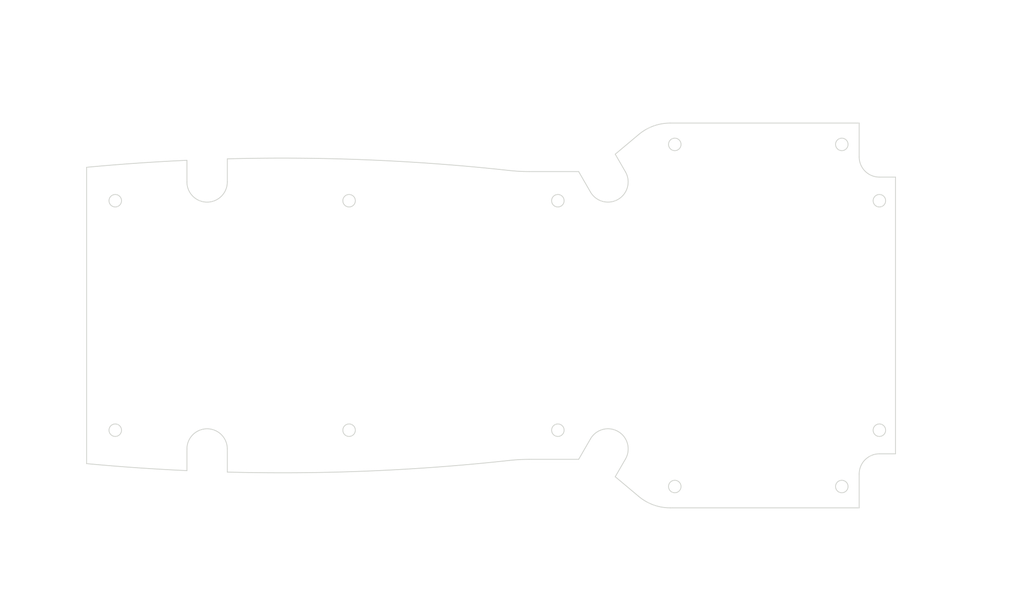
<source format=kicad_pcb>
(kicad_pcb (version 20221018) (generator pcbnew)

  (general
    (thickness 1.6)
  )

  (paper "A4")
  (layers
    (0 "F.Cu" signal)
    (31 "B.Cu" signal)
    (32 "B.Adhes" user "B.Adhesive")
    (33 "F.Adhes" user "F.Adhesive")
    (34 "B.Paste" user)
    (35 "F.Paste" user)
    (36 "B.SilkS" user "B.Silkscreen")
    (37 "F.SilkS" user "F.Silkscreen")
    (38 "B.Mask" user)
    (39 "F.Mask" user)
    (40 "Dwgs.User" user "User.Drawings")
    (41 "Cmts.User" user "User.Comments")
    (42 "Eco1.User" user "User.Eco1")
    (43 "Eco2.User" user "User.Eco2")
    (44 "Edge.Cuts" user)
    (45 "Margin" user)
    (46 "B.CrtYd" user "B.Courtyard")
    (47 "F.CrtYd" user "F.Courtyard")
    (48 "B.Fab" user)
    (49 "F.Fab" user)
  )

  (setup
    (pad_to_mask_clearance 0.051)
    (solder_mask_min_width 0.25)
    (pcbplotparams
      (layerselection 0x00010fc_ffffffff)
      (plot_on_all_layers_selection 0x0000000_00000000)
      (disableapertmacros false)
      (usegerberextensions false)
      (usegerberattributes false)
      (usegerberadvancedattributes false)
      (creategerberjobfile false)
      (dashed_line_dash_ratio 12.000000)
      (dashed_line_gap_ratio 3.000000)
      (svgprecision 4)
      (plotframeref false)
      (viasonmask false)
      (mode 1)
      (useauxorigin false)
      (hpglpennumber 1)
      (hpglpenspeed 20)
      (hpglpendiameter 15.000000)
      (dxfpolygonmode true)
      (dxfimperialunits true)
      (dxfusepcbnewfont true)
      (psnegative false)
      (psa4output false)
      (plotreference true)
      (plotvalue true)
      (plotinvisibletext false)
      (sketchpadsonfab false)
      (subtractmaskfromsilk false)
      (outputformat 1)
      (mirror false)
      (drillshape 1)
      (scaleselection 1)
      (outputdirectory "")
    )
  )

  (net 0 "")

  (gr_line (start 188.335595 136.184122) (end 188.335595 147.758922)
    (stroke (width 0.2) (type solid)) (layer "Dwgs.User") (tstamp 028310a2-2018-49e2-b0ff-b6bc1bbd8031))
  (gr_line (start 158.335595 144.57356) (end 140.692279 144.57356)
    (stroke (width 0.2) (type solid)) (layer "Dwgs.User") (tstamp 030a2c61-ffe0-4a5f-943c-c9818cf9e6a8))
  (gr_line (start 56.335595 119.083922) (end 52.335595 119.083922)
    (stroke (width 0.2) (type solid)) (layer "Dwgs.User") (tstamp 087c76d0-4b2c-44f3-93a9-ea5d58e1b637))
  (gr_line (start 186.335595 50.583922) (end 230.335595 50.583922)
    (stroke (width 0.2) (type solid)) (layer "Dwgs.User") (tstamp 088f2240-c622-4373-9857-a4e70d4e27ee))
  (gr_line (start 103.317205 37.534131) (end 94.999673 37.534131)
    (stroke (width 0.2) (type solid)) (layer "Dwgs.User") (tstamp 0925e341-ada3-4836-8ad4-8a5e829c6b0e))
  (gr_line (start 242.79179 58.420216) (end 260.83541 58.420216)
    (stroke (width 0.2) (type solid)) (layer "Dwgs.User") (tstamp 0a42b801-f082-4009-8e67-64cace21bb2c))
  (gr_line (start 241.19159 56.820016) (end 241.19159 16.071626)
    (stroke (width 0.2) (type solid)) (layer "Dwgs.User") (tstamp 0b472a34-bc07-4f34-a2f8-3e57a9985ce3))
  (gr_line (start 76.335595 56.26122) (end 76.335595 64.920216)
    (stroke (width 0.2) (type solid)) (layer "Dwgs.User") (tstamp 1229aa65-1f54-4aae-971b-8637b3ef32ba))
  (gr_line (start 52.735395 64.083922) (end 46.873223 64.083922)
    (stroke (width 0.2) (type solid)) (layer "Dwgs.User") (tstamp 125d76bc-5b61-432c-8124-c930f14aade5))
  (gr_line (start 172.335595 118.247627) (end 172.335595 123.833922)
    (stroke (width 0.2) (type solid)) (layer "Dwgs.User") (tstamp 14566fbc-b02d-4e85-af32-fde45838b8d1))
  (gr_line (start 81.671889 123.583922) (end 70.9993 123.583922)
    (stroke (width 0.2) (type solid)) (layer "Dwgs.User") (tstamp 17fe1235-45a7-496f-817c-c7ad8000fc8b))
  (gr_line (start 226.335595 144.57356) (end 213.692279 144.57356)
    (stroke (width 0.2) (type solid)) (layer "Dwgs.User") (tstamp 18b351ec-1f9f-4eaf-99d4-f3c613814ff4))
  (gr_line (start 54.335595 120.684122) (end 54.335595 149.684275)
    (stroke (width 0.2) (type solid)) (layer "Dwgs.User") (tstamp 20c1f2df-d917-4dce-9cf9-4487c9670778))
  (gr_line (start 94.999673 37.534131) (end 94.981245 51.872433)
    (stroke (width 0.2) (type solid)) (layer "Dwgs.User") (tstamp 2169ef55-ab56-42f4-9d8b-6c5e0981d535))
  (gr_line (start 237.335595 124.247627) (end 237.335595 129.833922)
    (stroke (width 0.2) (type solid)) (layer "Dwgs.User") (tstamp 21a55d02-32d0-43cc-a85f-4d7e5b33ffae))
  (gr_line (start 188.335595 48.583922) (end 188.335595 134.583922)
    (stroke (width 0.2) (type solid)) (layer "Dwgs.User") (tstamp 222286d9-6a8f-4457-9958-210b1460de05))
  (gr_line (start 49.479599 19.246626) (end 138.435049 19.246626)
    (stroke (width 0.2) (type solid)) (layer "Dwgs.User") (tstamp 225e2538-ff63-409f-bd48-7fab5293e588))
  (gr_line (start 237.335595 62.083922) (end 237.335595 66.083922)
    (stroke (width 0.2) (type solid)) (layer "Dwgs.User") (tstamp 2d94414e-27dd-4521-bcef-32de1595f9cf))
  (gr_line (start 242.352253 132.670841) (end 240.1613 132.670841)
    (stroke (width 0.2) (type solid)) (layer "Dwgs.User") (tstamp 313207c2-e2c2-4a9c-bcb4-03a733876bf6))
  (gr_line (start 158.335595 119.083922) (end 239.335595 119.083922)
    (stroke (width 0.2) (type solid)) (layer "Dwgs.User") (tstamp 3377b7b0-4a03-40a5-a41a-fde5a71f2684))
  (gr_line (start 47.479599 128.697372) (end 47.479599 149.684275)
    (stroke (width 0.2) (type solid)) (layer "Dwgs.User") (tstamp 33fe54c8-a89b-412d-a8ef-51b1002e98c8))
  (gr_line (start 52.335595 146.509275) (end 49.479599 146.509275)
    (stroke (width 0.2) (type solid)) (layer "Dwgs.User") (tstamp 34113eba-b044-43e7-9b9d-5f6f3ca68444))
  (gr_line (start 239.335595 119.083922) (end 235.335595 119.083922)
    (stroke (width 0.2) (type solid)) (layer "Dwgs.User") (tstamp 34fc8d37-473c-4012-912a-12a847c5c5a2))
  (gr_line (start 92.735395 53.872018) (end 46.873223 53.872018)
    (stroke (width 0.2) (type solid)) (layer "Dwgs.User") (tstamp 362644e1-46a7-4aac-bf76-6e7b8f5fe2da))
  (gr_line (start 47.229599 91.583922) (end 241.44159 91.583922)
    (stroke (width 0.2) (type solid)) (layer "Dwgs.User") (tstamp 4223fca1-b653-495c-93cb-99e4fbb3500f))
  (gr_line (start 172.267542 66.420216) (end 172.267542 81.894505)
    (stroke (width 0.2) (type solid)) (layer "Dwgs.User") (tstamp 450c3805-be58-4728-b32d-be183cc99963))
  (gr_line (start 56.335595 146.609128) (end 76.97891 146.609128)
    (stroke (width 0.2) (type solid)) (layer "Dwgs.User") (tstamp 474102d5-4fc3-496a-b516-ad762d8359d0))
  (gr_line (start 162.335595 64.083922) (end 158.335595 64.083922)
    (stroke (width 0.2) (type solid)) (layer "Dwgs.User") (tstamp 4b033f6a-f5f7-4cb7-ba0c-015553065253))
  (gr_line (start 167.886716 33.330107) (end 177.818946 33.330107)
    (stroke (width 0.2) (type solid)) (layer "Dwgs.User") (tstamp 4b6bb413-f0e4-46f4-ac16-a23ce33deb3f))
  (gr_line (start 56.335595 64.083922) (end 52.335595 64.083922)
    (stroke (width 0.2) (type solid)) (layer "Dwgs.User") (tstamp 4bc3e9ce-f0b4-43c4-a38e-cd2711451a1f))
  (gr_line (start 250.03091 67.583922) (end 250.03091 88.371916)
    (stroke (width 0.2) (type solid)) (layer "Dwgs.User") (tstamp 4bc79102-d181-4626-bf2f-8a4be13eb9a4))
  (gr_line (start 237.335595 62.083922) (end 237.335595 121.083922)
    (stroke (width 0.2) (type solid)) (layer "Dwgs.User") (tstamp 4f4c9a61-a90c-47a6-a461-7e97654b0fe5))
  (gr_line (start 161.099317 45.117488) (end 174.075426 61.823912)
    (stroke (width 0.2) (type solid)) (layer "Dwgs.User") (tstamp 53b4667c-13f9-4bdf-8b36-a50591df60ee))
  (gr_line (start 250.03091 115.583922) (end 250.03091 94.795927)
    (stroke (width 0.2) (type solid)) (layer "Dwgs.User") (tstamp 5778dc56-c149-4521-aafd-2b0743b8d9d5))
  (gr_line (start 50.048223 64.083922) (end 50.048223 76.610736)
    (stroke (width 0.2) (type solid)) (layer "Dwgs.User") (tstamp 584a48bc-0cfe-442e-8cf5-fc119c0bce84))
  (gr_line (start 160.335595 62.083922) (end 160.335595 66.083922)
    (stroke (width 0.2) (type solid)) (layer "Dwgs.User") (tstamp 594985cf-d914-40eb-a6b0-e0d6d2c15bde))
  (gr_line (start 190.335595 144.57356) (end 202.97891 144.57356)
    (stroke (width 0.2) (type solid)) (layer "Dwgs.User") (tstamp 59ee18ae-d140-4d55-805f-8ff0d141f2db))
  (gr_line (start 266.4993 135.695825) (end 266.4993 94.795927)
    (stroke (width 0.2) (type solid)) (layer "Dwgs.User") (tstamp 5bc66410-735d-4f24-921c-1643737a5edd))
  (gr_line (start 112.335595 144.57356) (end 129.97891 144.57356)
    (stroke (width 0.2) (type solid)) (layer "Dwgs.User") (tstamp 5be2b4b3-4142-4783-bd09-d05be9d2dbb2))
  (gr_line (start 172.267542 116.747627) (end 172.267542 88.319471)
    (stroke (width 0.2) (type solid)) (layer "Dwgs.User") (tstamp 5cc72456-5cf0-4795-b75c-fa9455ef8a46))
  (gr_line (start 81.671889 59.583922) (end 70.9993 59.583922)
    (stroke (width 0.2) (type solid)) (layer "Dwgs.User") (tstamp 5e0cb83b-2163-4d31-8780-10105ce157e2))
  (gr_line (start 228.335595 136.184122) (end 228.335595 160.870825)
    (stroke (width 0.2) (type solid)) (layer "Dwgs.User") (tstamp 5e392fa4-5050-44ff-bedb-d0c3b28642c6))
  (gr_line (start 92.735395 129.295825) (end 29.034049 129.295825)
    (stroke (width 0.2) (type solid)) (layer "Dwgs.User") (tstamp 60a1ac66-40b8-46a2-9f46-af0333a777e7))
  (gr_line (start 160.335595 117.083922) (end 160.335595 121.083922)
    (stroke (width 0.2) (type solid)) (layer "Dwgs.User") (tstamp 628a0eed-a2ad-4b28-a807-14d8eeee141a))
  (gr_line (start 172.335595 59.333922) (end 172.335595 64.920216)
    (stroke (width 0.2) (type solid)) (layer "Dwgs.User") (tstamp 67471cd5-79f9-44cb-a049-8628db91ac5f))
  (gr_line (start 32.209049 127.295825) (end 32.209049 94.795927)
    (stroke (width 0.2) (type solid)) (layer "Dwgs.User") (tstamp 691ae296-4bde-4637-9adb-684abea5bc3a))
  (gr_line (start 190.335595 132.583922) (end 186.335595 132.583922)
    (stroke (width 0.2) (type solid)) (layer "Dwgs.User") (tstamp 69aad95b-2789-4681-a388-70461edee2c2))
  (gr_line (start 266.4993 47.472018) (end 266.4993 88.371916)
    (stroke (width 0.2) (type solid)) (layer "Dwgs.User") (tstamp 6c8ed728-500f-43b5-b182-43225937a2ca))
  (gr_line (start 177.671889 59.583922) (end 172.085595 59.583922)
    (stroke (width 0.2) (type solid)) (layer "Dwgs.User") (tstamp 6f4046d1-ca3d-402a-9fa7-4b0f5c100966))
  (gr_line (start 32.209049 55.872018) (end 32.209049 88.371916)
    (stroke (width 0.2) (type solid)) (layer "Dwgs.User") (tstamp 73fcc5ba-f794-499a-86d1-34a6c11182bd))
  (gr_line (start 160.335595 117.083922) (end 160.335595 121.083922)
    (stroke (width 0.2) (type solid)) (layer "Dwgs.User") (tstamp 75b5600d-edcf-4310-b82d-29f8373d2be4))
  (gr_line (start 239.335595 64.083922) (end 235.335595 64.083922)
    (stroke (width 0.2) (type solid)) (layer "Dwgs.User") (tstamp 769f3ee3-6c58-4647-99b3-3ec8ddaadb9f))
  (gr_line (start 237.335595 53.333922) (end 237.335595 58.920216)
    (stroke (width 0.2) (type solid)) (layer "Dwgs.User") (tstamp 78df04f2-2ab0-401a-9418-20cbbf6d71a4))
  (gr_line (start 54.245595 64.083922) (end 54.425595 64.083922)
    (stroke (width 0.2) (type solid)) (layer "Dwgs.User") (tstamp 7a3284d5-72e5-4388-b66b-5662d361ebab))
  (gr_line (start 238.935795 65.583922) (end 253.20591 65.583922)
    (stroke (width 0.2) (type solid)) (layer "Dwgs.User") (tstamp 7bd71ca2-910b-42ee-a09b-990231ce8ee9))
  (gr_line (start 228.335595 48.583922) (end 228.335595 134.583922)
    (stroke (width 0.2) (type solid)) (layer "Dwgs.User") (tstamp 7c9b946c-4708-4718-adba-7f3ab4eb7fcf))
  (gr_line (start 50.048223 55.872018) (end 50.048223 62.083922)
    (stroke (width 0.2) (type solid)) (layer "Dwgs.User") (tstamp 7e585ca6-2afa-458e-8ae6-2826b08da7a2))
  (gr_line (start 226.335595 157.695825) (end 224.335595 157.695825)
    (stroke (width 0.2) (type solid)) (layer "Dwgs.User") (tstamp 7fe301d1-b391-423a-b7da-4f293e881350))
  (gr_line (start 186.335595 144.583922) (end 180.972969 144.583922)
    (stroke (width 0.2) (type solid)) (layer "Dwgs.User") (tstamp 80584e56-57aa-477b-823d-00c950d88337))
  (gr_line (start 188.335595 134.184122) (end 188.335595 147.74856)
    (stroke (width 0.2) (type solid)) (layer "Dwgs.User") (tstamp 807c3387-049f-459c-9230-ecdfcd96e5c2))
  (gr_line (start 52.335595 64.083922) (end 162.335595 64.083922)
    (stroke (width 0.2) (type solid)) (layer "Dwgs.User") (tstamp 81603be5-d113-4e98-9cf2-2c5874abe005))
  (gr_line (start 238.935795 117.583922) (end 253.20591 117.583922)
    (stroke (width 0.2) (type solid)) (layer "Dwgs.User") (tstamp 84f0fbfb-47e7-48f5-bee7-54efe698cd70))
  (gr_line (start 54.335595 64.173922) (end 54.335595 63.993922)
    (stroke (width 0.2) (type solid)) (layer "Dwgs.User") (tstamp 8a4e9a3b-8965-4402-b607-b8db45d5c933))
  (gr_line (start 158.335595 64.083922) (end 239.335595 64.083922)
    (stroke (width 0.2) (type solid)) (layer "Dwgs.User") (tstamp 8d3d792b-eb8b-4d8a-83d2-660b21f9733e))
  (gr_line (start 240.1613 132.670841) (end 235.420503 127.491796)
    (stroke (width 0.2) (type solid)) (layer "Dwgs.User") (tstamp 8da8d632-fc7a-4c9e-a29d-94a8c9ae1944))
  (gr_line (start 47.479599 54.470472) (end 47.479599 16.071626)
    (stroke (width 0.2) (type solid)) (layer "Dwgs.User") (tstamp 90d51e0d-18cb-419e-aeb5-2eaa6e91bc85))
  (gr_line (start 257.66041 122.747627) (end 257.66041 103.519955)
    (stroke (width 0.2) (type solid)) (layer "Dwgs.User") (tstamp 96576551-e8eb-4ec9-b6f1-2b7fe49231e6))
  (gr_line (start 162.335595 144.583922) (end 170.259599 144.583922)
    (stroke (width 0.2) (type solid)) (layer "Dwgs.User") (tstamp 9e97ca3c-d674-4207-8b75-79f3967e1d3b))
  (gr_line (start 190.335595 50.583922) (end 186.335595 50.583922)
    (stroke (width 0.2) (type solid)) (layer "Dwgs.User") (tstamp 9f9dc545-9fb4-48e1-a0de-7cc48807c948))
  (gr_line (start 234.0995 45.472018) (end 269.6743 45.472018)
    (stroke (width 0.2) (type solid)) (layer "Dwgs.User") (tstamp a6e766f9-c2f2-440b-9630-9f9fdd7c169e))
  (gr_line (start 234.0995 137.695825) (end 269.6743 137.695825)
    (stroke (width 0.2) (type solid)) (layer "Dwgs.User") (tstamp a7d35c38-c9c0-4fd5-b74d-02caa1beab62))
  (gr_line (start 160.335595 62.083922) (end 160.335595 121.083922)
    (stroke (width 0.2) (type solid)) (layer "Dwgs.User") (tstamp a9f7809e-96dc-45d3-8996-e9db446bd938))
  (gr_line (start 239.19159 19.246626) (end 150.23614 19.246626)
    (stroke (width 0.2) (type solid)) (layer "Dwgs.User") (tstamp ad0d68c0-605c-4bea-ae12-cb9a64aa8fa7))
  (gr_line (start 242.79179 124.747627) (end 260.83541 124.747627)
    (stroke (width 0.2) (type solid)) (layer "Dwgs.User") (tstamp aeeb81b1-1b92-47bf-b785-2fe79b2d24aa))
  (gr_line (start 110.335595 120.684122) (end 110.335595 147.74856)
    (stroke (width 0.2) (type solid)) (layer "Dwgs.User") (tstamp b1e41c66-270d-4a6a-820c-21f76272f94d))
  (gr_line (start 54.335595 120.684122) (end 54.335595 149.784128)
    (stroke (width 0.2) (type solid)) (layer "Dwgs.User") (tstamp b3159c8c-c70d-4bd1-be25-d0d714570d9b))
  (gr_line (start 112.335595 64.083922) (end 108.335595 64.083922)
    (stroke (width 0.2) (type solid)) (layer "Dwgs.User") (tstamp b3bb3db9-c3c2-4e85-bd1c-9e182d02a612))
  (gr_line (start 47.479599 146.509275) (end 44.18705 146.509275)
    (stroke (width 0.2) (type solid)) (layer "Dwgs.User") (tstamp b4243c7f-a7be-49a5-a6af-3e4a6c3595ba))
  (gr_line (start 257.66041 60.420216) (end 257.66041 97.094989)
    (stroke (width 0.2) (type solid)) (layer "Dwgs.User") (tstamp b5b614c0-0635-49b6-aaf1-43ab492c6bbe))
  (gr_line (start 228.335595 130.583922) (end 228.335595 134.583922)
    (stroke (width 0.2) (type solid)) (layer "Dwgs.User") (tstamp b6911974-5094-4308-b115-ff780cb392b6))
  (gr_line (start 54.335595 62.083922) (end 54.335595 121.083922)
    (stroke (width 0.2) (type solid)) (layer "Dwgs.User") (tstamp b7828cc8-3e5a-4051-8cd4-9b763c349e1f))
  (gr_line (start 237.585595 53.583922) (end 231.9993 53.583922)
    (stroke (width 0.2) (type solid)) (layer "Dwgs.User") (tstamp bef99521-b884-4c87-9520-4bfad463b385))
  (gr_line (start 186.335595 132.583922) (end 230.335595 132.583922)
    (stroke (width 0.2) (type solid)) (layer "Dwgs.User") (tstamp c54d8a75-d00c-4eb0-b441-67138b9c3467))
  (gr_line (start 152.021245 45.117488) (end 161.099317 45.117488)
    (stroke (width 0.2) (type solid)) (layer "Dwgs.User") (tstamp c5c9b823-9dd0-4a96-a8c1-13e46309a0e7))
  (gr_line (start 52.335595 119.083922) (end 162.335595 119.083922)
    (stroke (width 0.2) (type solid)) (layer "Dwgs.User") (tstamp ce9330a2-01dd-40a4-bdc6-84693c913846))
  (gr_line (start 177.818946 33.330107) (end 182.195545 44.428083)
    (stroke (width 0.2) (type solid)) (layer "Dwgs.User") (tstamp d2d12afb-fe8f-4388-ad5d-ff6fbe1b5ff5))
  (gr_line (start 92.735395 53.872018) (end 29.034049 53.872018)
    (stroke (width 0.2) (type solid)) (layer "Dwgs.User") (tstamp d448abbf-e7c5-4011-b5de-d5be29904548))
  (gr_line (start 112.335595 119.083922) (end 108.335595 119.083922)
    (stroke (width 0.2) (type solid)) (layer "Dwgs.User") (tstamp d6c714b6-45e8-4da0-8373-01eeb1735a71))
  (gr_line (start 160.335595 122.684122) (end 160.335595 147.758922)
    (stroke (width 0.2) (type solid)) (layer "Dwgs.User") (tstamp da83f90d-4e87-4551-b940-5766367e0640))
  (gr_line (start 228.335595 134.184122) (end 228.335595 147.74856)
    (stroke (width 0.2) (type solid)) (layer "Dwgs.User") (tstamp da8972f6-a0db-4d1c-9943-f807b8c0439d))
  (gr_line (start 108.335595 146.609128) (end 87.692279 146.609128)
    (stroke (width 0.2) (type solid)) (layer "Dwgs.User") (tstamp dac25d90-b1eb-4625-ae1e-c4580d69d12e))
  (gr_line (start 110.335595 120.684122) (end 110.335595 149.784128)
    (stroke (width 0.2) (type solid)) (layer "Dwgs.User") (tstamp e1a69b31-a594-4cd2-98fb-87add85eec85))
  (gr_line (start 230.335595 50.583922) (end 226.335595 50.583922)
    (stroke (width 0.2) (type solid)) (layer "Dwgs.User") (tstamp e40c9c3d-8d45-4730-8145-ea963ab6f0dc))
  (gr_line (start 50.048223 76.610736) (end 48.048223 76.610736)
    (stroke (width 0.2) (type solid)) (layer "Dwgs.User") (tstamp e8a626b7-8a85-486b-a565-127bf39e1515))
  (gr_line (start 232.4993 139.296025) (end 232.4993 160.870825)
    (stroke (width 0.2) (type solid)) (layer "Dwgs.User") (tstamp ec508b54-92f1-487b-9914-160301c0d139))
  (gr_line (start 234.4993 157.695825) (end 237.791849 157.695825)
    (stroke (width 0.2) (type solid)) (layer "Dwgs.User") (tstamp ec5fc497-7154-40de-a2a3-0e1eb0a444ea))
  (gr_line (start 237.585595 129.583922) (end 231.9993 129.583922)
    (stroke (width 0.2) (type solid)) (layer "Dwgs.User") (tstamp f069cb0a-8ae0-4356-a6f6-ef991a8bbc45))
  (gr_line (start 177.671889 123.583922) (end 172.085595 123.583922)
    (stroke (width 0.2) (type solid)) (layer "Dwgs.User") (tstamp f2a7fb55-4cab-4fa2-a9b1-d874d6ce79e5))
  (gr_line (start 76.335595 118.247627) (end 76.335595 127.271323)
    (stroke (width 0.2) (type solid)) (layer "Dwgs.User") (tstamp f593ad1d-d0f7-4346-ada6-fae9d3fdc639))
  (gr_line (start 110.335595 62.083922) (end 110.335595 121.083922)
    (stroke (width 0.2) (type solid)) (layer "Dwgs.User") (tstamp fd072313-d77b-4fe5-947c-573944124370))
  (gr_line (start 160.335595 120.684122) (end 160.335595 147.74856)
    (stroke (width 0.2) (type solid)) (layer "Dwgs.User") (tstamp ff5c6833-7fb5-4587-ab51-9b0c3f8638ba))
  (gr_arc (start 232.4993 129.583922) (mid 233.915818 126.164145) (end 237.335595 124.747627)
    (stroke (width 0.2) (type solid)) (layer "Edge.Cuts") (tstamp 05aea16d-57fa-4dc7-81e3-2f8413242260))
  (gr_circle (center 237.335595 119.083922) (end 238.835595 119.083922)
    (stroke (width 0.2) (type solid)) (fill none) (layer "Edge.Cuts") (tstamp 0b0a1401-fc92-4360-a0e4-bbdfefcfc0fb))
  (gr_arc (start 71.499301 123.583922) (mid 76.335595 118.747628) (end 81.171889 123.583922)
    (stroke (width 0.2) (type solid)) (layer "Edge.Cuts") (tstamp 1315ed27-ad60-43a4-84e7-b6f2951d98f3))
  (gr_line (start 165.315114 57.096681) (end 168.147241 62.002069)
    (stroke (width 0.2) (type solid)) (layer "Edge.Cuts") (tstamp 1a5978af-487d-4901-a11f-fcc7d1e6260e))
  (gr_arc (start 168.147241 121.165775) (mid 174.753742 119.395568) (end 176.523949 126.002069)
    (stroke (width 0.2) (type solid)) (layer "Edge.Cuts") (tstamp 1ed1aa19-7d67-4acb-bd6c-34266fdb4fac))
  (gr_arc (start 148.760422 126.327198) (mid 151.10393 126.135219) (end 153.454416 126.071162)
    (stroke (width 0.2) (type solid)) (layer "Edge.Cuts") (tstamp 2093fbdf-e593-4518-ae49-95827f2d182f))
  (gr_circle (center 110.335595 119.083922) (end 111.835595 119.083922)
    (stroke (width 0.2) (type solid)) (fill none) (layer "Edge.Cuts") (tstamp 20b62dc5-71b9-4879-8eda-f7a5cf39ad2a))
  (gr_line (start 71.4993 128.774452) (end 71.4993 123.583922)
    (stroke (width 0.2) (type solid)) (layer "Edge.Cuts") (tstamp 29384a7a-6174-467a-870a-272a5d890f25))
  (gr_line (start 232.4993 45.472018) (end 232.4993 53.583922)
    (stroke (width 0.2) (type solid)) (layer "Edge.Cuts") (tstamp 2a28ab26-fdfb-41d1-bc91-cdc8092e94ba))
  (gr_line (start 174.077332 130.239734) (end 179.697674 134.95576)
    (stroke (width 0.2) (type solid)) (layer "Edge.Cuts") (tstamp 2e197a23-0732-44f2-b48b-87571301e402))
  (gr_line (start 237.335595 58.420216) (end 241.19159 58.420216)
    (stroke (width 0.2) (type solid)) (layer "Edge.Cuts") (tstamp 315b7a09-5621-4240-8ada-cd96808e76de))
  (gr_circle (center 228.335595 50.583922) (end 229.835595 50.583922)
    (stroke (width 0.2) (type solid)) (fill none) (layer "Edge.Cuts") (tstamp 337126e5-d1a5-4331-8b01-d53d460272f5))
  (gr_arc (start 179.697673 48.212083) (mid 183.220233 46.178332) (end 187.22594 45.472018)
    (stroke (width 0.2) (type solid)) (layer "Edge.Cuts") (tstamp 3b6374b8-74ed-4e26-9b56-ae334c00575e))
  (gr_circle (center 160.335595 119.083922) (end 161.835595 119.083922)
    (stroke (width 0.2) (type solid)) (fill none) (layer "Edge.Cuts") (tstamp 43a0b335-7602-4495-8bed-56b6ecebee61))
  (gr_line (start 153.454416 126.071162) (end 165.315114 126.071162)
    (stroke (width 0.2) (type solid)) (layer "Edge.Cuts") (tstamp 4a7e7f40-9373-4ea4-94a7-b446612b1937))
  (gr_circle (center 228.335595 132.583922) (end 229.835595 132.583922)
    (stroke (width 0.2) (type solid)) (fill none) (layer "Edge.Cuts") (tstamp 4d69c096-ba13-474e-86a6-0ed3979e918b))
  (gr_arc (start 153.454417 57.096681) (mid 151.103931 57.032625) (end 148.760423 56.840645)
    (stroke (width 0.2) (type solid)) (layer "Edge.Cuts") (tstamp 4f1b1d92-80f2-431c-bf0e-4dc91bef9d1c))
  (gr_line (start 176.523949 57.165774) (end 174.077332 52.92811)
    (stroke (width 0.2) (type solid)) (layer "Edge.Cuts") (tstamp 53017015-4290-4600-a213-d42bed854504))
  (gr_line (start 174.077332 52.92811) (end 179.697674 48.212083)
    (stroke (width 0.2) (type solid)) (layer "Edge.Cuts") (tstamp 5635b792-9aa5-4e03-832b-b611db2a7a49))
  (gr_arc (start 176.523949 57.165775) (mid 174.753742 63.772276) (end 168.147241 62.002069)
    (stroke (width 0.2) (type solid)) (layer "Edge.Cuts") (tstamp 5e44224d-4dfe-4775-8d1e-eccbc3ca63a5))
  (gr_line (start 165.315114 126.071162) (end 168.147241 121.165774)
    (stroke (width 0.2) (type solid)) (layer "Edge.Cuts") (tstamp 6b21a9fb-879f-4e77-a8d7-d0fe8dea2eb0))
  (gr_line (start 187.22594 45.472018) (end 232.4993 45.472018)
    (stroke (width 0.2) (type solid)) (layer "Edge.Cuts") (tstamp 6b44f182-f30a-4678-ae09-9eb31226fb21))
  (gr_line (start 81.171889 59.583922) (end 81.171889 54.0452)
    (stroke (width 0.2) (type solid)) (layer "Edge.Cuts") (tstamp 702ee9c9-0c58-4aab-99a4-772f5194d48f))
  (gr_line (start 153.454416 57.096681) (end 165.315114 57.096681)
    (stroke (width 0.2) (type solid)) (layer "Edge.Cuts") (tstamp 7942f72f-dc48-45de-a070-376a7ef3b5e7))
  (gr_circle (center 110.335595 64.083922) (end 111.835595 64.083922)
    (stroke (width 0.2) (type solid)) (fill none) (layer "Edge.Cuts") (tstamp 84dba6a9-05f2-4e45-aea2-553d7b41f53a))
  (gr_line (start 47.479599 127.097172) (end 47.479599 56.070672)
    (stroke (width 0.2) (type solid)) (layer "Edge.Cuts") (tstamp 953eba41-e435-4a39-86de-54d19e095c6e))
  (gr_line (start 71.4993 54.393391) (end 71.4993 59.583922)
    (stroke (width 0.2) (type solid)) (layer "Edge.Cuts") (tstamp 9682f3a2-4359-4f2b-8998-f888c561d484))
  (gr_arc (start 237.335595 58.420217) (mid 233.915818 57.003699) (end 232.4993 53.583922)
    (stroke (width 0.2) (type solid)) (layer "Edge.Cuts") (tstamp 9fbeb81d-2739-479f-985b-4885b598667e))
  (gr_circle (center 188.335595 132.583922) (end 189.835595 132.583922)
    (stroke (width 0.2) (type solid)) (fill none) (layer "Edge.Cuts") (tstamp ad395224-d8f1-454a-86d6-327c4232ecea))
  (gr_arc (start 81.17189 59.583922) (mid 76.335595 64.420217) (end 71.4993 59.583922)
    (stroke (width 0.2) (type solid)) (layer "Edge.Cuts") (tstamp ae41a099-fc81-4e52-be89-9255dfa98b59))
  (gr_arc (start 81.17189 54.0452) (mid 115.01345 54.299451) (end 148.760423 56.840645)
    (stroke (width 0.2) (type solid)) (layer "Edge.Cuts") (tstamp ae56ff7d-bae7-4b16-92fa-2e3a3247198a))
  (gr_line (start 241.19159 124.747627) (end 241.19159 58.420216)
    (stroke (width 0.2) (type solid)) (layer "Edge.Cuts") (tstamp b333dd28-7e0e-4738-952c-5e70cb3e90a1))
  (gr_circle (center 237.335595 64.083922) (end 238.835595 64.083922)
    (stroke (width 0.2) (type solid)) (fill none) (layer "Edge.Cuts") (tstamp b5812d11-2a4a-43dc-9708-2cd7b8c90935))
  (gr_line (start 237.335595 124.747627) (end 241.19159 124.747627)
    (stroke (width 0.2) (type solid)) (layer "Edge.Cuts") (tstamp baf54992-32d5-4f22-82b8-0ec0ce3fe1b7))
  (gr_circle (center 160.335595 64.083922) (end 161.835595 64.083922)
    (stroke (width 0.2) (type solid)) (fill none) (layer "Edge.Cuts") (tstamp bd659d65-1366-409e-8599-97849eb1d105))
  (gr_line (start 232.4993 137.695825) (end 232.4993 129.583922)
    (stroke (width 0.2) (type solid)) (layer "Edge.Cuts") (tstamp c1e95789-87e6-493b-9703-66e090478e93))
  (gr_line (start 81.171889 123.583922) (end 81.171889 129.122643)
    (stroke (width 0.2) (type solid)) (layer "Edge.Cuts") (tstamp c6eba1a3-62f6-4128-b280-4213c10d4fb6))
  (gr_arc (start 187.22594 137.695825) (mid 183.220233 136.989511) (end 179.697674 134.95576)
    (stroke (width 0.2) (type solid)) (layer "Edge.Cuts") (tstamp d0b6dd23-e26f-473b-9aa0-66e2980bf973))
  (gr_line (start 176.523949 126.002069) (end 174.077332 130.239734)
    (stroke (width 0.2) (type solid)) (layer "Edge.Cuts") (tstamp d3d269e3-bc1a-4824-b494-40ba88769f83))
  (gr_arc (start 148.760422 126.327198) (mid 115.013449 128.868392) (end 81.171889 129.122643)
    (stroke (width 0.2) (type solid)) (layer "Edge.Cuts") (tstamp dccd831c-be14-4716-aec2-b31dc0698f86))
  (gr_arc (start 47.479599 56.070671) (mid 59.479359 55.087532) (end 71.4993 54.393391)
    (stroke (width 0.2) (type solid)) (layer "Edge.Cuts") (tstamp e5780683-9d84-4d76-81f0-6233a7fcff86))
  (gr_line (start 187.22594 137.695825) (end 232.4993 137.695825)
    (stroke (width 0.2) (type solid)) (layer "Edge.Cuts") (tstamp e7199cbc-842d-470c-8ea5-43df89ff75b9))
  (gr_circle (center 54.335595 64.083922) (end 55.835595 64.083922)
    (stroke (width 0.2) (type solid)) (fill none) (layer "Edge.Cuts") (tstamp ebc3cef5-a3bc-461e-b993-12f07878ddc5))
  (gr_circle (center 54.335595 119.083922) (end 55.835595 119.083922)
    (stroke (width 0.2) (type solid)) (fill none) (layer "Edge.Cuts") (tstamp f74d7fb6-5ff9-49d2-900e-49776f5df8d0))
  (gr_arc (start 71.4993 128.774452) (mid 59.479359 128.080311) (end 47.479599 127.097172)
    (stroke (width 0.2) (type solid)) (layer "Edge.Cuts") (tstamp f8f0f4e9-22b5-4140-aef7-a82622ed56ab))
  (gr_circle (center 188.335595 50.583922) (end 189.835595 50.583922)
    (stroke (width 0.2) (type solid)) (fill none) (layer "Edge.Cuts") (tstamp fb4e9bb4-a96b-4f34-8354-695c55dd23f2))
  (gr_text " R4.84 mm" (at 247.871285 131.156038) (layer "Dwgs.User") (tstamp 145cf08d-6e3f-4ada-ae61-50f9570aaf9d)
    (effects (font (size 1.399999 1.259999) (thickness 0.174999)))
  )
  (gr_text " 4.16 mm" (at 242.604673 156.181023) (layer "Dwgs.User") (tstamp 19a96acd-36c0-4861-bfc0-09a0c407b789)
    (effects (font (size 1.399999 1.259999) (thickness 0.174999)))
  )
  (gr_text "[2.05 in]" (at 250.03091 93.281125) (layer "Dwgs.User") (tstamp 1b43cafb-c9a3-4f7a-b8d7-4bca6be70215)
    (effects (font (size 1.399999 1.259999) (thickness 0.174999)))
  )
  (gr_text "[2.20 in]" (at 82.335595 148.306332) (layer "Dwgs.User") (tstamp 20dbf4a9-e483-4ee3-b6f2-3696710332a3)
    (effects (font (size 1.399999 1.259999) (thickness 0.174999)))
  )
  (gr_text " 52.00 mm" (at 250.03091 90.06912) (layer "Dwgs.User") (tstamp 21bb4aa0-ac50-4f48-b369-a82165feee10)
    (effects (font (size 1.399999 1.259999) (thickness 0.174999)))
  )
  (gr_text " 50.00 mm" (at 135.335595 143.058758) (layer "Dwgs.User") (tstamp 28e8fa78-8f94-4cbd-808a-1093fe19f226)
    (effects (font (size 1.399999 1.259999) (thickness 0.174999)))
  )
  (gr_text "[1.57 in]" (at 208.335595 146.270763) (layer "Dwgs.User") (tstamp 2fa57d57-29c6-4921-aad2-a28e16a1b029)
    (effects (font (size 1.399999 1.259999) (thickness 0.174999)))
  )
  (gr_text " 6.86 mm" (at 39.374226 144.994473) (layer "Dwgs.User") (tstamp 3965264e-61e1-4913-be88-c355613f9d6c)
    (effects (font (size 1.399999 1.259999) (thickness 0.174999)))
  )
  (gr_text "[.16 in]" (at 242.604673 159.393029) (layer "Dwgs.User") (tstamp 3d1b77f0-dce2-4f26-a678-922a7ea783a1)
    (effects (font (size 1.399999 1.259999) (thickness 0.174999)))
  )
  (gr_text "[2.61 in]" (at 257.66041 102.004676) (layer "Dwgs.User") (tstamp 41cafc21-294a-43ea-bf05-191d60155158)
    (effects (font (size 1.399999 1.259999) (thickness 0.174999)))
  )
  (gr_text "[R0.19 in]" (at 146.502213 46.814692) (layer "Dwgs.User") (tstamp 43128ac0-5755-43a6-a283-1d3a1d27042f)
    (effects (font (size 1.399999 1.259999) (thickness 0.174999)))
  )
  (gr_text " R11.71 mm" (at 161.823824 31.826764) (layer "Dwgs.User") (tstamp 65f60958-a8f4-4963-8298-476b3f87842e)
    (effects (font (size 1.399999 1.259999) (thickness 0.174999)))
  )
  (gr_text "[1.97 in]" (at 135.335595 146.270763) (layer "Dwgs.User") (tstamp 6c81fddf-c55c-4184-be6e-223e27678ab8)
    (effects (font (size 1.399999 1.259999) (thickness 0.174999)))
  )
  (gr_text "[.27 in]" (at 39.374226 148.206478) (layer "Dwgs.User") (tstamp 83fa15c9-64ee-40b6-978f-3b4eada1ce5d)
    (effects (font (size 1.399999 1.259999) (thickness 0.174999)))
  )
  (gr_text "[.40 in]" (at 42.691538 78.30794) (layer "Dwgs.User") (tstamp 8c0a269a-49c8-4452-aae5-b167c118e100)
    (effects (font (size 1.399999 1.259999) (thickness 0.174999)))
  )
  (gr_text "[3.63 in]" (at 266.4993 93.281125) (layer "Dwgs.User") (tstamp 9e24aafc-50e7-4cec-9425-5b5c4f102a45)
    (effects (font (size 1.399999 1.259999) (thickness 0.174999)))
  )
  (gr_text " 75.42 mm" (at 32.209049 90.06912) (layer "Dwgs.User") (tstamp 9ffacb02-b8da-4223-afb7-12b3c6627c5b)
    (effects (font (size 1.399999 1.259999) (thickness 0.174999)))
  )
  (gr_text "[R0.46 in]" (at 161.823824 35.02731) (layer "Dwgs.User") (tstamp a31575cd-6c7d-426e-9787-eab63876a8b9)
    (effects (font (size 1.399999 1.259999) (thickness 0.174999)))
  )
  (gr_text "[R19.70 in]" (at 109.923958 39.231334) (layer "Dwgs.User") (tstamp a5c2aa6f-9546-49c2-8fe9-9f3993ee5c7c)
    (effects (font (size 1.399999 1.259999) (thickness 0.174999)))
  )
  (gr_text "[2.14 in]" (at 172.267542 86.804191) (layer "Dwgs.User") (tstamp a73743b9-3c48-4b53-b110-ad9649ecda44)
    (effects (font (size 1.399999 1.259999) (thickness 0.174999)))
  )
  (gr_text " R500.38 mm" (at 109.923958 36.018851) (layer "Dwgs.User") (tstamp afb9c7d0-5e03-4922-814b-887d479e22d5)
    (effects (font (size 1.399999 1.259999) (thickness 0.174999)))
  )
  (gr_text " 66.33 mm" (at 257.66041 98.792193) (layer "Dwgs.User") (tstamp b389bfa3-acac-4596-9150-2ad6445a75f7)
    (effects (font (size 1.399999 1.259999) (thickness 0.174999)))
  )
  (gr_text " 54.33 mm" (at 172.267542 83.591708) (layer "Dwgs.User") (tstamp b40aaed9-afd6-4cc7-9a2c-d37ef87996c6)
    (effects (font (size 1.399999 1.259999) (thickness 0.174999)))
  )
  (gr_text "[R0.19 in]" (at 247.871285 134.368044) (layer "Dwgs.User") (tstamp bb903f82-1288-4d2f-9a18-4c595bba5222)
    (effects (font (size 1.399999 1.259999) (thickness 0.174999)))
  )
  (gr_text " 56.00 mm" (at 82.335595 145.094326) (layer "Dwgs.User") (tstamp bcbd2b29-001f-47ec-b2f3-ec077fe59d32)
    (effects (font (size 1.399999 1.259999) (thickness 0.174999)))
  )
  (gr_text " 92.22 mm" (at 266.4993 90.06912) (layer "Dwgs.User") (tstamp cdc4c4fe-8196-46f7-8794-3535c71dec63)
    (effects (font (size 1.399999 1.259999) (thickness 0.174999)))
  )
  (gr_text "[2.97 in]" (at 32.209049 93.281125) (layer "Dwgs.User") (tstamp d37e8a7f-cc25-449f-b96d-df46b3a3073e)
    (effects (font (size 1.399999 1.259999) (thickness 0.174999)))
  )
  (gr_text " 193.71 mm" (at 144.335595 17.731346) (layer "Dwgs.User") (tstamp dea2cf61-a5bc-4be3-8f12-e324eb6bf748)
    (effects (font (size 1.399999 1.259999) (thickness 0.174999)))
  )
  (gr_text " R4.84 mm" (at 146.502213 43.602686) (layer "Dwgs.User") (tstamp e588d4db-9038-4588-8786-299fd89b0736)
    (effects (font (size 1.399999 1.259999) (thickness 0.174999)))
  )
  (gr_text " 10.21 mm" (at 42.691538 75.095934) (layer "Dwgs.User") (tstamp ee6169d9-03fb-4ab7-95f5-df4f396da406)
    (effects (font (size 1.399999 1.259999) (thickness 0.174999)))
  )
  (gr_text "[1.10 in]" (at 175.616284 146.281125) (layer "Dwgs.User") (tstamp efeca8cf-a3ea-47a2-888f-0115325b3998)
    (effects (font (size 1.399999 1.259999) (thickness 0.174999)))
  )
  (gr_text " 28.00 mm" (at 175.616284 143.06912) (layer "Dwgs.User") (tstamp f1319ce4-d5dc-4b52-8310-c6264daa0936)
    (effects (font (size 1.399999 1.259999) (thickness 0.174999)))
  )
  (gr_text "[7.63 in]" (at 144.335595 20.943829) (layer "Dwgs.User") (tstamp f942e471-5cd2-4e2e-a7ad-94d4e06db60e)
    (effects (font (size 1.399999 1.259999) (thickness 0.174999)))
  )
  (gr_text " 40.00 mm" (at 208.335595 143.058758) (layer "Dwgs.User") (tstamp fa533a0d-1a73-408b-8d96-33441d6f85c2)
    (effects (font (size 1.399999 1.259999) (thickness 0.174999)))
  )

)

</source>
